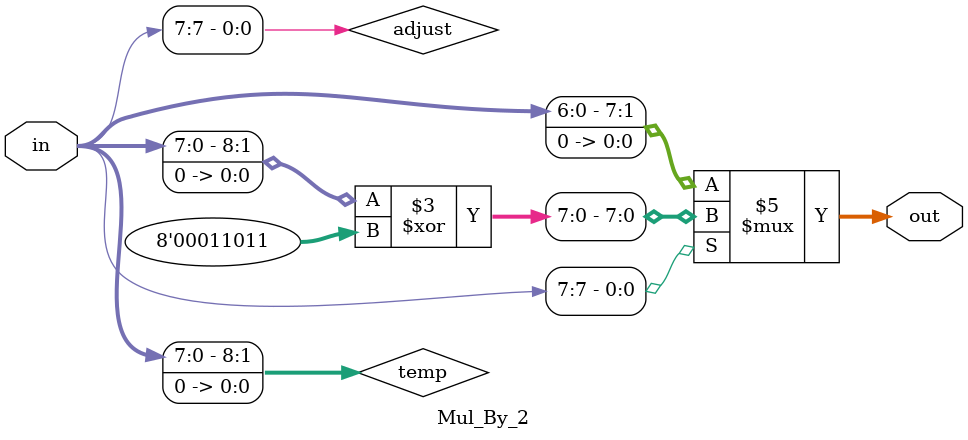
<source format=v>
module Mul_By_2 (
    input wire [7:0] in,
    output reg [7:0] out 
);

wire [8:0] temp = in << 1;
wire adjust = temp [8];

always @(in or adjust or temp) begin
    if(adjust)
        out = temp ^ 8'h1b;
    else
        out = temp[7:0]; 
end
endmodule

</source>
